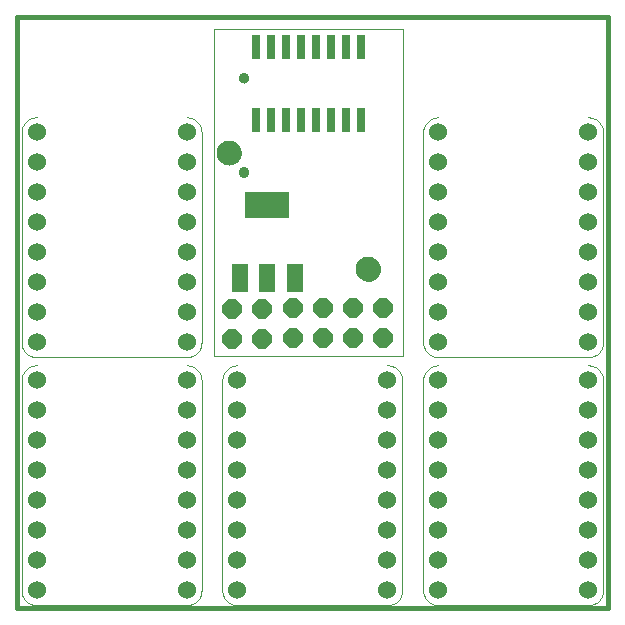
<source format=gbs>
G75*
G70*
%OFA0B0*%
%FSLAX24Y24*%
%IPPOS*%
%LPD*%
%AMOC8*
5,1,8,0,0,1.08239X$1,22.5*
%
%ADD10C,0.0160*%
%ADD11C,0.0000*%
%ADD12C,0.0827*%
%ADD13C,0.0600*%
%ADD14R,0.0300X0.0840*%
%ADD15C,0.0355*%
%ADD16OC8,0.0640*%
%ADD17R,0.0520X0.0920*%
%ADD18R,0.1457X0.0906*%
D10*
X000180Y000180D02*
X000180Y019865D01*
X019865Y019865D01*
X019865Y000180D01*
X000180Y000180D01*
D11*
X000322Y000759D02*
X000322Y007759D01*
X000324Y007803D01*
X000330Y007846D01*
X000339Y007888D01*
X000352Y007930D01*
X000369Y007970D01*
X000389Y008009D01*
X000412Y008046D01*
X000439Y008080D01*
X000468Y008113D01*
X000501Y008142D01*
X000535Y008169D01*
X000572Y008192D01*
X000611Y008212D01*
X000651Y008229D01*
X000693Y008242D01*
X000735Y008251D01*
X000778Y008257D01*
X000822Y008259D01*
X000822Y008526D02*
X005822Y008526D01*
X005866Y008528D01*
X005909Y008534D01*
X005951Y008543D01*
X005993Y008556D01*
X006033Y008573D01*
X006072Y008593D01*
X006109Y008616D01*
X006143Y008643D01*
X006176Y008672D01*
X006205Y008705D01*
X006232Y008739D01*
X006255Y008776D01*
X006275Y008815D01*
X006292Y008855D01*
X006305Y008897D01*
X006314Y008939D01*
X006320Y008982D01*
X006322Y009026D01*
X006322Y016026D01*
X006320Y016070D01*
X006314Y016113D01*
X006305Y016155D01*
X006292Y016197D01*
X006275Y016237D01*
X006255Y016276D01*
X006232Y016313D01*
X006205Y016347D01*
X006176Y016380D01*
X006143Y016409D01*
X006109Y016436D01*
X006072Y016459D01*
X006033Y016479D01*
X005993Y016496D01*
X005951Y016509D01*
X005909Y016518D01*
X005866Y016524D01*
X005822Y016526D01*
X006843Y015347D02*
X006845Y015386D01*
X006851Y015425D01*
X006861Y015463D01*
X006874Y015500D01*
X006891Y015535D01*
X006911Y015569D01*
X006935Y015600D01*
X006962Y015629D01*
X006991Y015655D01*
X007023Y015678D01*
X007057Y015698D01*
X007093Y015714D01*
X007130Y015726D01*
X007169Y015735D01*
X007208Y015740D01*
X007247Y015741D01*
X007286Y015738D01*
X007325Y015731D01*
X007362Y015720D01*
X007399Y015706D01*
X007434Y015688D01*
X007467Y015667D01*
X007498Y015642D01*
X007526Y015615D01*
X007551Y015585D01*
X007573Y015552D01*
X007592Y015518D01*
X007607Y015482D01*
X007619Y015444D01*
X007627Y015406D01*
X007631Y015367D01*
X007631Y015327D01*
X007627Y015288D01*
X007619Y015250D01*
X007607Y015212D01*
X007592Y015176D01*
X007573Y015142D01*
X007551Y015109D01*
X007526Y015079D01*
X007498Y015052D01*
X007467Y015027D01*
X007434Y015006D01*
X007399Y014988D01*
X007362Y014974D01*
X007325Y014963D01*
X007286Y014956D01*
X007247Y014953D01*
X007208Y014954D01*
X007169Y014959D01*
X007130Y014968D01*
X007093Y014980D01*
X007057Y014996D01*
X007023Y015016D01*
X006991Y015039D01*
X006962Y015065D01*
X006935Y015094D01*
X006911Y015125D01*
X006891Y015159D01*
X006874Y015194D01*
X006861Y015231D01*
X006851Y015269D01*
X006845Y015308D01*
X006843Y015347D01*
X007564Y014694D02*
X007566Y014719D01*
X007572Y014743D01*
X007581Y014765D01*
X007594Y014786D01*
X007610Y014805D01*
X007629Y014821D01*
X007650Y014834D01*
X007672Y014843D01*
X007696Y014849D01*
X007721Y014851D01*
X007746Y014849D01*
X007770Y014843D01*
X007792Y014834D01*
X007813Y014821D01*
X007832Y014805D01*
X007848Y014786D01*
X007861Y014765D01*
X007870Y014743D01*
X007876Y014719D01*
X007878Y014694D01*
X007876Y014669D01*
X007870Y014645D01*
X007861Y014623D01*
X007848Y014602D01*
X007832Y014583D01*
X007813Y014567D01*
X007792Y014554D01*
X007770Y014545D01*
X007746Y014539D01*
X007721Y014537D01*
X007696Y014539D01*
X007672Y014545D01*
X007650Y014554D01*
X007629Y014567D01*
X007610Y014583D01*
X007594Y014602D01*
X007581Y014623D01*
X007572Y014645D01*
X007566Y014669D01*
X007564Y014694D01*
X007564Y017843D02*
X007566Y017868D01*
X007572Y017892D01*
X007581Y017914D01*
X007594Y017935D01*
X007610Y017954D01*
X007629Y017970D01*
X007650Y017983D01*
X007672Y017992D01*
X007696Y017998D01*
X007721Y018000D01*
X007746Y017998D01*
X007770Y017992D01*
X007792Y017983D01*
X007813Y017970D01*
X007832Y017954D01*
X007848Y017935D01*
X007861Y017914D01*
X007870Y017892D01*
X007876Y017868D01*
X007878Y017843D01*
X007876Y017818D01*
X007870Y017794D01*
X007861Y017772D01*
X007848Y017751D01*
X007832Y017732D01*
X007813Y017716D01*
X007792Y017703D01*
X007770Y017694D01*
X007746Y017688D01*
X007721Y017686D01*
X007696Y017688D01*
X007672Y017694D01*
X007650Y017703D01*
X007629Y017716D01*
X007610Y017732D01*
X007594Y017751D01*
X007581Y017772D01*
X007572Y017794D01*
X007566Y017818D01*
X007564Y017843D01*
X006745Y019481D02*
X013044Y019481D01*
X013044Y008556D01*
X006745Y008556D01*
X006745Y019481D01*
X000822Y016526D02*
X000778Y016524D01*
X000735Y016518D01*
X000693Y016509D01*
X000651Y016496D01*
X000611Y016479D01*
X000572Y016459D01*
X000535Y016436D01*
X000501Y016409D01*
X000468Y016380D01*
X000439Y016347D01*
X000412Y016313D01*
X000389Y016276D01*
X000369Y016237D01*
X000352Y016197D01*
X000339Y016155D01*
X000330Y016113D01*
X000324Y016070D01*
X000322Y016026D01*
X000322Y009026D01*
X000324Y008982D01*
X000330Y008939D01*
X000339Y008897D01*
X000352Y008855D01*
X000369Y008815D01*
X000389Y008776D01*
X000412Y008739D01*
X000439Y008705D01*
X000468Y008672D01*
X000501Y008643D01*
X000535Y008616D01*
X000572Y008593D01*
X000611Y008573D01*
X000651Y008556D01*
X000693Y008543D01*
X000735Y008534D01*
X000778Y008528D01*
X000822Y008526D01*
X005822Y008259D02*
X005866Y008257D01*
X005909Y008251D01*
X005951Y008242D01*
X005993Y008229D01*
X006033Y008212D01*
X006072Y008192D01*
X006109Y008169D01*
X006143Y008142D01*
X006176Y008113D01*
X006205Y008080D01*
X006232Y008046D01*
X006255Y008009D01*
X006275Y007970D01*
X006292Y007930D01*
X006305Y007888D01*
X006314Y007846D01*
X006320Y007803D01*
X006322Y007759D01*
X006322Y000759D01*
X006320Y000715D01*
X006314Y000672D01*
X006305Y000630D01*
X006292Y000588D01*
X006275Y000548D01*
X006255Y000509D01*
X006232Y000472D01*
X006205Y000438D01*
X006176Y000405D01*
X006143Y000376D01*
X006109Y000349D01*
X006072Y000326D01*
X006033Y000306D01*
X005993Y000289D01*
X005951Y000276D01*
X005909Y000267D01*
X005866Y000261D01*
X005822Y000259D01*
X000822Y000259D01*
X000778Y000261D01*
X000735Y000267D01*
X000693Y000276D01*
X000651Y000289D01*
X000611Y000306D01*
X000572Y000326D01*
X000535Y000349D01*
X000501Y000376D01*
X000468Y000405D01*
X000439Y000438D01*
X000412Y000472D01*
X000389Y000509D01*
X000369Y000548D01*
X000352Y000588D01*
X000339Y000630D01*
X000330Y000672D01*
X000324Y000715D01*
X000322Y000759D01*
X007015Y000759D02*
X007015Y007759D01*
X007017Y007803D01*
X007023Y007846D01*
X007032Y007888D01*
X007045Y007930D01*
X007062Y007970D01*
X007082Y008009D01*
X007105Y008046D01*
X007132Y008080D01*
X007161Y008113D01*
X007194Y008142D01*
X007228Y008169D01*
X007265Y008192D01*
X007304Y008212D01*
X007344Y008229D01*
X007386Y008242D01*
X007428Y008251D01*
X007471Y008257D01*
X007515Y008259D01*
X011489Y011469D02*
X011491Y011508D01*
X011497Y011547D01*
X011507Y011585D01*
X011520Y011622D01*
X011537Y011657D01*
X011557Y011691D01*
X011581Y011722D01*
X011608Y011751D01*
X011637Y011777D01*
X011669Y011800D01*
X011703Y011820D01*
X011739Y011836D01*
X011776Y011848D01*
X011815Y011857D01*
X011854Y011862D01*
X011893Y011863D01*
X011932Y011860D01*
X011971Y011853D01*
X012008Y011842D01*
X012045Y011828D01*
X012080Y011810D01*
X012113Y011789D01*
X012144Y011764D01*
X012172Y011737D01*
X012197Y011707D01*
X012219Y011674D01*
X012238Y011640D01*
X012253Y011604D01*
X012265Y011566D01*
X012273Y011528D01*
X012277Y011489D01*
X012277Y011449D01*
X012273Y011410D01*
X012265Y011372D01*
X012253Y011334D01*
X012238Y011298D01*
X012219Y011264D01*
X012197Y011231D01*
X012172Y011201D01*
X012144Y011174D01*
X012113Y011149D01*
X012080Y011128D01*
X012045Y011110D01*
X012008Y011096D01*
X011971Y011085D01*
X011932Y011078D01*
X011893Y011075D01*
X011854Y011076D01*
X011815Y011081D01*
X011776Y011090D01*
X011739Y011102D01*
X011703Y011118D01*
X011669Y011138D01*
X011637Y011161D01*
X011608Y011187D01*
X011581Y011216D01*
X011557Y011247D01*
X011537Y011281D01*
X011520Y011316D01*
X011507Y011353D01*
X011497Y011391D01*
X011491Y011430D01*
X011489Y011469D01*
X013708Y009026D02*
X013708Y016026D01*
X013710Y016070D01*
X013716Y016113D01*
X013725Y016155D01*
X013738Y016197D01*
X013755Y016237D01*
X013775Y016276D01*
X013798Y016313D01*
X013825Y016347D01*
X013854Y016380D01*
X013887Y016409D01*
X013921Y016436D01*
X013958Y016459D01*
X013997Y016479D01*
X014037Y016496D01*
X014079Y016509D01*
X014121Y016518D01*
X014164Y016524D01*
X014208Y016526D01*
X019208Y016526D02*
X019252Y016524D01*
X019295Y016518D01*
X019337Y016509D01*
X019379Y016496D01*
X019419Y016479D01*
X019458Y016459D01*
X019495Y016436D01*
X019529Y016409D01*
X019562Y016380D01*
X019591Y016347D01*
X019618Y016313D01*
X019641Y016276D01*
X019661Y016237D01*
X019678Y016197D01*
X019691Y016155D01*
X019700Y016113D01*
X019706Y016070D01*
X019708Y016026D01*
X019708Y009026D01*
X019706Y008982D01*
X019700Y008939D01*
X019691Y008897D01*
X019678Y008855D01*
X019661Y008815D01*
X019641Y008776D01*
X019618Y008739D01*
X019591Y008705D01*
X019562Y008672D01*
X019529Y008643D01*
X019495Y008616D01*
X019458Y008593D01*
X019419Y008573D01*
X019379Y008556D01*
X019337Y008543D01*
X019295Y008534D01*
X019252Y008528D01*
X019208Y008526D01*
X014208Y008526D01*
X014164Y008528D01*
X014121Y008534D01*
X014079Y008543D01*
X014037Y008556D01*
X013997Y008573D01*
X013958Y008593D01*
X013921Y008616D01*
X013887Y008643D01*
X013854Y008672D01*
X013825Y008705D01*
X013798Y008739D01*
X013775Y008776D01*
X013755Y008815D01*
X013738Y008855D01*
X013725Y008897D01*
X013716Y008939D01*
X013710Y008982D01*
X013708Y009026D01*
X013708Y007759D02*
X013708Y000759D01*
X013710Y000715D01*
X013716Y000672D01*
X013725Y000630D01*
X013738Y000588D01*
X013755Y000548D01*
X013775Y000509D01*
X013798Y000472D01*
X013825Y000438D01*
X013854Y000405D01*
X013887Y000376D01*
X013921Y000349D01*
X013958Y000326D01*
X013997Y000306D01*
X014037Y000289D01*
X014079Y000276D01*
X014121Y000267D01*
X014164Y000261D01*
X014208Y000259D01*
X019208Y000259D01*
X019252Y000261D01*
X019295Y000267D01*
X019337Y000276D01*
X019379Y000289D01*
X019419Y000306D01*
X019458Y000326D01*
X019495Y000349D01*
X019529Y000376D01*
X019562Y000405D01*
X019591Y000438D01*
X019618Y000472D01*
X019641Y000509D01*
X019661Y000548D01*
X019678Y000588D01*
X019691Y000630D01*
X019700Y000672D01*
X019706Y000715D01*
X019708Y000759D01*
X019708Y007759D01*
X019706Y007803D01*
X019700Y007846D01*
X019691Y007888D01*
X019678Y007930D01*
X019661Y007970D01*
X019641Y008009D01*
X019618Y008046D01*
X019591Y008080D01*
X019562Y008113D01*
X019529Y008142D01*
X019495Y008169D01*
X019458Y008192D01*
X019419Y008212D01*
X019379Y008229D01*
X019337Y008242D01*
X019295Y008251D01*
X019252Y008257D01*
X019208Y008259D01*
X014208Y008259D02*
X014164Y008257D01*
X014121Y008251D01*
X014079Y008242D01*
X014037Y008229D01*
X013997Y008212D01*
X013958Y008192D01*
X013921Y008169D01*
X013887Y008142D01*
X013854Y008113D01*
X013825Y008080D01*
X013798Y008046D01*
X013775Y008009D01*
X013755Y007970D01*
X013738Y007930D01*
X013725Y007888D01*
X013716Y007846D01*
X013710Y007803D01*
X013708Y007759D01*
X013015Y007759D02*
X013015Y000759D01*
X013013Y000715D01*
X013007Y000672D01*
X012998Y000630D01*
X012985Y000588D01*
X012968Y000548D01*
X012948Y000509D01*
X012925Y000472D01*
X012898Y000438D01*
X012869Y000405D01*
X012836Y000376D01*
X012802Y000349D01*
X012765Y000326D01*
X012726Y000306D01*
X012686Y000289D01*
X012644Y000276D01*
X012602Y000267D01*
X012559Y000261D01*
X012515Y000259D01*
X007515Y000259D01*
X007471Y000261D01*
X007428Y000267D01*
X007386Y000276D01*
X007344Y000289D01*
X007304Y000306D01*
X007265Y000326D01*
X007228Y000349D01*
X007194Y000376D01*
X007161Y000405D01*
X007132Y000438D01*
X007105Y000472D01*
X007082Y000509D01*
X007062Y000548D01*
X007045Y000588D01*
X007032Y000630D01*
X007023Y000672D01*
X007017Y000715D01*
X007015Y000759D01*
X013015Y007759D02*
X013013Y007803D01*
X013007Y007846D01*
X012998Y007888D01*
X012985Y007930D01*
X012968Y007970D01*
X012948Y008009D01*
X012925Y008046D01*
X012898Y008080D01*
X012869Y008113D01*
X012836Y008142D01*
X012802Y008169D01*
X012765Y008192D01*
X012726Y008212D01*
X012686Y008229D01*
X012644Y008242D01*
X012602Y008251D01*
X012559Y008257D01*
X012515Y008259D01*
D12*
X011883Y011469D03*
X007237Y015347D03*
D13*
X005822Y015026D03*
X005822Y014026D03*
X005822Y013026D03*
X005822Y012026D03*
X005822Y011026D03*
X005822Y010026D03*
X005822Y009026D03*
X005822Y007759D03*
X005822Y006759D03*
X005822Y005759D03*
X005822Y004759D03*
X005822Y003759D03*
X005822Y002759D03*
X005822Y001759D03*
X005822Y000759D03*
X007515Y000759D03*
X007515Y001759D03*
X007515Y002759D03*
X007515Y003759D03*
X007515Y004759D03*
X007515Y005759D03*
X007515Y006759D03*
X007515Y007759D03*
X012515Y007759D03*
X012515Y006759D03*
X012515Y005759D03*
X012515Y004759D03*
X012515Y003759D03*
X012515Y002759D03*
X012515Y001759D03*
X012515Y000759D03*
X014208Y000759D03*
X014208Y001759D03*
X014208Y002759D03*
X014208Y003759D03*
X014208Y004759D03*
X014208Y005759D03*
X014208Y006759D03*
X014208Y007759D03*
X014208Y009026D03*
X014208Y010026D03*
X014208Y011026D03*
X014208Y012026D03*
X014208Y013026D03*
X014208Y014026D03*
X014208Y015026D03*
X014208Y016026D03*
X019208Y016026D03*
X019208Y015026D03*
X019208Y014026D03*
X019208Y013026D03*
X019208Y012026D03*
X019208Y011026D03*
X019208Y010026D03*
X019208Y009026D03*
X019208Y007759D03*
X019208Y006759D03*
X019208Y005759D03*
X019208Y004759D03*
X019208Y003759D03*
X019208Y002759D03*
X019208Y001759D03*
X019208Y000759D03*
X005822Y016026D03*
X000822Y016026D03*
X000822Y015026D03*
X000822Y014026D03*
X000822Y013026D03*
X000822Y012026D03*
X000822Y011026D03*
X000822Y010026D03*
X000822Y009026D03*
X000822Y007759D03*
X000822Y006759D03*
X000822Y005759D03*
X000822Y004759D03*
X000822Y003759D03*
X000822Y002759D03*
X000822Y001759D03*
X000822Y000759D03*
D14*
X008131Y016452D03*
X008631Y016452D03*
X009131Y016452D03*
X009631Y016452D03*
X010131Y016452D03*
X010631Y016452D03*
X011131Y016452D03*
X011631Y016452D03*
X011631Y018872D03*
X011131Y018872D03*
X010631Y018872D03*
X010131Y018872D03*
X009631Y018872D03*
X009131Y018872D03*
X008631Y018872D03*
X008131Y018872D03*
D15*
X007721Y017843D03*
X007721Y014694D03*
D16*
X009359Y010158D03*
X009359Y009158D03*
X010359Y009158D03*
X011359Y009158D03*
X012359Y009158D03*
X012359Y010158D03*
X011359Y010158D03*
X010359Y010158D03*
X008337Y010127D03*
X007337Y010127D03*
X007337Y009127D03*
X008337Y009127D03*
D17*
X008517Y011175D03*
X009427Y011175D03*
X007607Y011175D03*
D18*
X008517Y013615D03*
M02*

</source>
